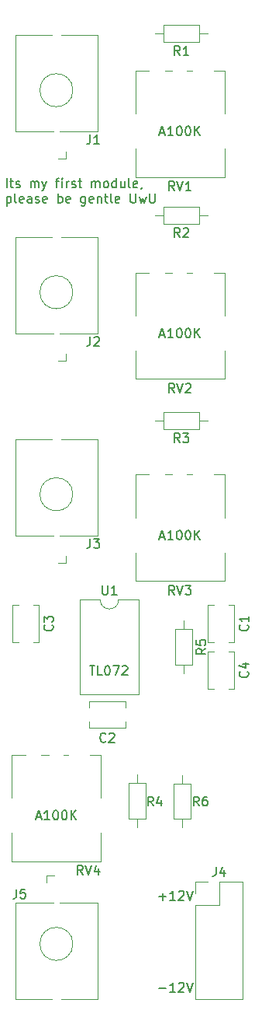
<source format=gbr>
G04 #@! TF.GenerationSoftware,KiCad,Pcbnew,(5.1.6-0-10_14)*
G04 #@! TF.CreationDate,2020-07-27T13:54:38+02:00*
G04 #@! TF.ProjectId,HelloWorld-noPanel,48656c6c-6f57-46f7-926c-642d6e6f5061,rev?*
G04 #@! TF.SameCoordinates,Original*
G04 #@! TF.FileFunction,Legend,Top*
G04 #@! TF.FilePolarity,Positive*
%FSLAX46Y46*%
G04 Gerber Fmt 4.6, Leading zero omitted, Abs format (unit mm)*
G04 Created by KiCad (PCBNEW (5.1.6-0-10_14)) date 2020-07-27 13:54:38*
%MOMM*%
%LPD*%
G01*
G04 APERTURE LIST*
%ADD10C,0.150000*%
%ADD11C,0.120000*%
G04 APERTURE END LIST*
D10*
X74333333Y-107166666D02*
X74809523Y-107166666D01*
X74238095Y-107452380D02*
X74571428Y-106452380D01*
X74904761Y-107452380D01*
X75761904Y-107452380D02*
X75190476Y-107452380D01*
X75476190Y-107452380D02*
X75476190Y-106452380D01*
X75380952Y-106595238D01*
X75285714Y-106690476D01*
X75190476Y-106738095D01*
X76380952Y-106452380D02*
X76476190Y-106452380D01*
X76571428Y-106500000D01*
X76619047Y-106547619D01*
X76666666Y-106642857D01*
X76714285Y-106833333D01*
X76714285Y-107071428D01*
X76666666Y-107261904D01*
X76619047Y-107357142D01*
X76571428Y-107404761D01*
X76476190Y-107452380D01*
X76380952Y-107452380D01*
X76285714Y-107404761D01*
X76238095Y-107357142D01*
X76190476Y-107261904D01*
X76142857Y-107071428D01*
X76142857Y-106833333D01*
X76190476Y-106642857D01*
X76238095Y-106547619D01*
X76285714Y-106500000D01*
X76380952Y-106452380D01*
X77333333Y-106452380D02*
X77428571Y-106452380D01*
X77523809Y-106500000D01*
X77571428Y-106547619D01*
X77619047Y-106642857D01*
X77666666Y-106833333D01*
X77666666Y-107071428D01*
X77619047Y-107261904D01*
X77571428Y-107357142D01*
X77523809Y-107404761D01*
X77428571Y-107452380D01*
X77333333Y-107452380D01*
X77238095Y-107404761D01*
X77190476Y-107357142D01*
X77142857Y-107261904D01*
X77095238Y-107071428D01*
X77095238Y-106833333D01*
X77142857Y-106642857D01*
X77190476Y-106547619D01*
X77238095Y-106500000D01*
X77333333Y-106452380D01*
X78095238Y-107452380D02*
X78095238Y-106452380D01*
X78666666Y-107452380D02*
X78238095Y-106880952D01*
X78666666Y-106452380D02*
X78095238Y-107023809D01*
X87833333Y-76666666D02*
X88309523Y-76666666D01*
X87738095Y-76952380D02*
X88071428Y-75952380D01*
X88404761Y-76952380D01*
X89261904Y-76952380D02*
X88690476Y-76952380D01*
X88976190Y-76952380D02*
X88976190Y-75952380D01*
X88880952Y-76095238D01*
X88785714Y-76190476D01*
X88690476Y-76238095D01*
X89880952Y-75952380D02*
X89976190Y-75952380D01*
X90071428Y-76000000D01*
X90119047Y-76047619D01*
X90166666Y-76142857D01*
X90214285Y-76333333D01*
X90214285Y-76571428D01*
X90166666Y-76761904D01*
X90119047Y-76857142D01*
X90071428Y-76904761D01*
X89976190Y-76952380D01*
X89880952Y-76952380D01*
X89785714Y-76904761D01*
X89738095Y-76857142D01*
X89690476Y-76761904D01*
X89642857Y-76571428D01*
X89642857Y-76333333D01*
X89690476Y-76142857D01*
X89738095Y-76047619D01*
X89785714Y-76000000D01*
X89880952Y-75952380D01*
X90833333Y-75952380D02*
X90928571Y-75952380D01*
X91023809Y-76000000D01*
X91071428Y-76047619D01*
X91119047Y-76142857D01*
X91166666Y-76333333D01*
X91166666Y-76571428D01*
X91119047Y-76761904D01*
X91071428Y-76857142D01*
X91023809Y-76904761D01*
X90928571Y-76952380D01*
X90833333Y-76952380D01*
X90738095Y-76904761D01*
X90690476Y-76857142D01*
X90642857Y-76761904D01*
X90595238Y-76571428D01*
X90595238Y-76333333D01*
X90642857Y-76142857D01*
X90690476Y-76047619D01*
X90738095Y-76000000D01*
X90833333Y-75952380D01*
X91595238Y-76952380D02*
X91595238Y-75952380D01*
X92166666Y-76952380D02*
X91738095Y-76380952D01*
X92166666Y-75952380D02*
X91595238Y-76523809D01*
X87833333Y-54666666D02*
X88309523Y-54666666D01*
X87738095Y-54952380D02*
X88071428Y-53952380D01*
X88404761Y-54952380D01*
X89261904Y-54952380D02*
X88690476Y-54952380D01*
X88976190Y-54952380D02*
X88976190Y-53952380D01*
X88880952Y-54095238D01*
X88785714Y-54190476D01*
X88690476Y-54238095D01*
X89880952Y-53952380D02*
X89976190Y-53952380D01*
X90071428Y-54000000D01*
X90119047Y-54047619D01*
X90166666Y-54142857D01*
X90214285Y-54333333D01*
X90214285Y-54571428D01*
X90166666Y-54761904D01*
X90119047Y-54857142D01*
X90071428Y-54904761D01*
X89976190Y-54952380D01*
X89880952Y-54952380D01*
X89785714Y-54904761D01*
X89738095Y-54857142D01*
X89690476Y-54761904D01*
X89642857Y-54571428D01*
X89642857Y-54333333D01*
X89690476Y-54142857D01*
X89738095Y-54047619D01*
X89785714Y-54000000D01*
X89880952Y-53952380D01*
X90833333Y-53952380D02*
X90928571Y-53952380D01*
X91023809Y-54000000D01*
X91071428Y-54047619D01*
X91119047Y-54142857D01*
X91166666Y-54333333D01*
X91166666Y-54571428D01*
X91119047Y-54761904D01*
X91071428Y-54857142D01*
X91023809Y-54904761D01*
X90928571Y-54952380D01*
X90833333Y-54952380D01*
X90738095Y-54904761D01*
X90690476Y-54857142D01*
X90642857Y-54761904D01*
X90595238Y-54571428D01*
X90595238Y-54333333D01*
X90642857Y-54142857D01*
X90690476Y-54047619D01*
X90738095Y-54000000D01*
X90833333Y-53952380D01*
X91595238Y-54952380D02*
X91595238Y-53952380D01*
X92166666Y-54952380D02*
X91738095Y-54380952D01*
X92166666Y-53952380D02*
X91595238Y-54523809D01*
X87833333Y-32666666D02*
X88309523Y-32666666D01*
X87738095Y-32952380D02*
X88071428Y-31952380D01*
X88404761Y-32952380D01*
X89261904Y-32952380D02*
X88690476Y-32952380D01*
X88976190Y-32952380D02*
X88976190Y-31952380D01*
X88880952Y-32095238D01*
X88785714Y-32190476D01*
X88690476Y-32238095D01*
X89880952Y-31952380D02*
X89976190Y-31952380D01*
X90071428Y-32000000D01*
X90119047Y-32047619D01*
X90166666Y-32142857D01*
X90214285Y-32333333D01*
X90214285Y-32571428D01*
X90166666Y-32761904D01*
X90119047Y-32857142D01*
X90071428Y-32904761D01*
X89976190Y-32952380D01*
X89880952Y-32952380D01*
X89785714Y-32904761D01*
X89738095Y-32857142D01*
X89690476Y-32761904D01*
X89642857Y-32571428D01*
X89642857Y-32333333D01*
X89690476Y-32142857D01*
X89738095Y-32047619D01*
X89785714Y-32000000D01*
X89880952Y-31952380D01*
X90833333Y-31952380D02*
X90928571Y-31952380D01*
X91023809Y-32000000D01*
X91071428Y-32047619D01*
X91119047Y-32142857D01*
X91166666Y-32333333D01*
X91166666Y-32571428D01*
X91119047Y-32761904D01*
X91071428Y-32857142D01*
X91023809Y-32904761D01*
X90928571Y-32952380D01*
X90833333Y-32952380D01*
X90738095Y-32904761D01*
X90690476Y-32857142D01*
X90642857Y-32761904D01*
X90595238Y-32571428D01*
X90595238Y-32333333D01*
X90642857Y-32142857D01*
X90690476Y-32047619D01*
X90738095Y-32000000D01*
X90833333Y-31952380D01*
X91595238Y-32952380D02*
X91595238Y-31952380D01*
X92166666Y-32952380D02*
X91738095Y-32380952D01*
X92166666Y-31952380D02*
X91595238Y-32523809D01*
X71085595Y-38627380D02*
X71085595Y-37627380D01*
X71418928Y-37960714D02*
X71799880Y-37960714D01*
X71561785Y-37627380D02*
X71561785Y-38484523D01*
X71609404Y-38579761D01*
X71704642Y-38627380D01*
X71799880Y-38627380D01*
X72085595Y-38579761D02*
X72180833Y-38627380D01*
X72371309Y-38627380D01*
X72466547Y-38579761D01*
X72514166Y-38484523D01*
X72514166Y-38436904D01*
X72466547Y-38341666D01*
X72371309Y-38294047D01*
X72228452Y-38294047D01*
X72133214Y-38246428D01*
X72085595Y-38151190D01*
X72085595Y-38103571D01*
X72133214Y-38008333D01*
X72228452Y-37960714D01*
X72371309Y-37960714D01*
X72466547Y-38008333D01*
X73704642Y-38627380D02*
X73704642Y-37960714D01*
X73704642Y-38055952D02*
X73752261Y-38008333D01*
X73847500Y-37960714D01*
X73990357Y-37960714D01*
X74085595Y-38008333D01*
X74133214Y-38103571D01*
X74133214Y-38627380D01*
X74133214Y-38103571D02*
X74180833Y-38008333D01*
X74276071Y-37960714D01*
X74418928Y-37960714D01*
X74514166Y-38008333D01*
X74561785Y-38103571D01*
X74561785Y-38627380D01*
X74942738Y-37960714D02*
X75180833Y-38627380D01*
X75418928Y-37960714D02*
X75180833Y-38627380D01*
X75085595Y-38865476D01*
X75037976Y-38913095D01*
X74942738Y-38960714D01*
X76418928Y-37960714D02*
X76799880Y-37960714D01*
X76561785Y-38627380D02*
X76561785Y-37770238D01*
X76609404Y-37675000D01*
X76704642Y-37627380D01*
X76799880Y-37627380D01*
X77133214Y-38627380D02*
X77133214Y-37960714D01*
X77133214Y-37627380D02*
X77085595Y-37675000D01*
X77133214Y-37722619D01*
X77180833Y-37675000D01*
X77133214Y-37627380D01*
X77133214Y-37722619D01*
X77609404Y-38627380D02*
X77609404Y-37960714D01*
X77609404Y-38151190D02*
X77657023Y-38055952D01*
X77704642Y-38008333D01*
X77799880Y-37960714D01*
X77895119Y-37960714D01*
X78180833Y-38579761D02*
X78276071Y-38627380D01*
X78466547Y-38627380D01*
X78561785Y-38579761D01*
X78609404Y-38484523D01*
X78609404Y-38436904D01*
X78561785Y-38341666D01*
X78466547Y-38294047D01*
X78323690Y-38294047D01*
X78228452Y-38246428D01*
X78180833Y-38151190D01*
X78180833Y-38103571D01*
X78228452Y-38008333D01*
X78323690Y-37960714D01*
X78466547Y-37960714D01*
X78561785Y-38008333D01*
X78895119Y-37960714D02*
X79276071Y-37960714D01*
X79037976Y-37627380D02*
X79037976Y-38484523D01*
X79085595Y-38579761D01*
X79180833Y-38627380D01*
X79276071Y-38627380D01*
X80371309Y-38627380D02*
X80371309Y-37960714D01*
X80371309Y-38055952D02*
X80418928Y-38008333D01*
X80514166Y-37960714D01*
X80657023Y-37960714D01*
X80752261Y-38008333D01*
X80799880Y-38103571D01*
X80799880Y-38627380D01*
X80799880Y-38103571D02*
X80847500Y-38008333D01*
X80942738Y-37960714D01*
X81085595Y-37960714D01*
X81180833Y-38008333D01*
X81228452Y-38103571D01*
X81228452Y-38627380D01*
X81847500Y-38627380D02*
X81752261Y-38579761D01*
X81704642Y-38532142D01*
X81657023Y-38436904D01*
X81657023Y-38151190D01*
X81704642Y-38055952D01*
X81752261Y-38008333D01*
X81847500Y-37960714D01*
X81990357Y-37960714D01*
X82085595Y-38008333D01*
X82133214Y-38055952D01*
X82180833Y-38151190D01*
X82180833Y-38436904D01*
X82133214Y-38532142D01*
X82085595Y-38579761D01*
X81990357Y-38627380D01*
X81847500Y-38627380D01*
X83037976Y-38627380D02*
X83037976Y-37627380D01*
X83037976Y-38579761D02*
X82942738Y-38627380D01*
X82752261Y-38627380D01*
X82657023Y-38579761D01*
X82609404Y-38532142D01*
X82561785Y-38436904D01*
X82561785Y-38151190D01*
X82609404Y-38055952D01*
X82657023Y-38008333D01*
X82752261Y-37960714D01*
X82942738Y-37960714D01*
X83037976Y-38008333D01*
X83942738Y-37960714D02*
X83942738Y-38627380D01*
X83514166Y-37960714D02*
X83514166Y-38484523D01*
X83561785Y-38579761D01*
X83657023Y-38627380D01*
X83799880Y-38627380D01*
X83895119Y-38579761D01*
X83942738Y-38532142D01*
X84561785Y-38627380D02*
X84466547Y-38579761D01*
X84418928Y-38484523D01*
X84418928Y-37627380D01*
X85323690Y-38579761D02*
X85228452Y-38627380D01*
X85037976Y-38627380D01*
X84942738Y-38579761D01*
X84895119Y-38484523D01*
X84895119Y-38103571D01*
X84942738Y-38008333D01*
X85037976Y-37960714D01*
X85228452Y-37960714D01*
X85323690Y-38008333D01*
X85371309Y-38103571D01*
X85371309Y-38198809D01*
X84895119Y-38294047D01*
X85847500Y-38579761D02*
X85847500Y-38627380D01*
X85799880Y-38722619D01*
X85752261Y-38770238D01*
X71085595Y-39610714D02*
X71085595Y-40610714D01*
X71085595Y-39658333D02*
X71180833Y-39610714D01*
X71371309Y-39610714D01*
X71466547Y-39658333D01*
X71514166Y-39705952D01*
X71561785Y-39801190D01*
X71561785Y-40086904D01*
X71514166Y-40182142D01*
X71466547Y-40229761D01*
X71371309Y-40277380D01*
X71180833Y-40277380D01*
X71085595Y-40229761D01*
X72133214Y-40277380D02*
X72037976Y-40229761D01*
X71990357Y-40134523D01*
X71990357Y-39277380D01*
X72895119Y-40229761D02*
X72799880Y-40277380D01*
X72609404Y-40277380D01*
X72514166Y-40229761D01*
X72466547Y-40134523D01*
X72466547Y-39753571D01*
X72514166Y-39658333D01*
X72609404Y-39610714D01*
X72799880Y-39610714D01*
X72895119Y-39658333D01*
X72942738Y-39753571D01*
X72942738Y-39848809D01*
X72466547Y-39944047D01*
X73799880Y-40277380D02*
X73799880Y-39753571D01*
X73752261Y-39658333D01*
X73657023Y-39610714D01*
X73466547Y-39610714D01*
X73371309Y-39658333D01*
X73799880Y-40229761D02*
X73704642Y-40277380D01*
X73466547Y-40277380D01*
X73371309Y-40229761D01*
X73323690Y-40134523D01*
X73323690Y-40039285D01*
X73371309Y-39944047D01*
X73466547Y-39896428D01*
X73704642Y-39896428D01*
X73799880Y-39848809D01*
X74228452Y-40229761D02*
X74323690Y-40277380D01*
X74514166Y-40277380D01*
X74609404Y-40229761D01*
X74657023Y-40134523D01*
X74657023Y-40086904D01*
X74609404Y-39991666D01*
X74514166Y-39944047D01*
X74371309Y-39944047D01*
X74276071Y-39896428D01*
X74228452Y-39801190D01*
X74228452Y-39753571D01*
X74276071Y-39658333D01*
X74371309Y-39610714D01*
X74514166Y-39610714D01*
X74609404Y-39658333D01*
X75466547Y-40229761D02*
X75371309Y-40277380D01*
X75180833Y-40277380D01*
X75085595Y-40229761D01*
X75037976Y-40134523D01*
X75037976Y-39753571D01*
X75085595Y-39658333D01*
X75180833Y-39610714D01*
X75371309Y-39610714D01*
X75466547Y-39658333D01*
X75514166Y-39753571D01*
X75514166Y-39848809D01*
X75037976Y-39944047D01*
X76704642Y-40277380D02*
X76704642Y-39277380D01*
X76704642Y-39658333D02*
X76799880Y-39610714D01*
X76990357Y-39610714D01*
X77085595Y-39658333D01*
X77133214Y-39705952D01*
X77180833Y-39801190D01*
X77180833Y-40086904D01*
X77133214Y-40182142D01*
X77085595Y-40229761D01*
X76990357Y-40277380D01*
X76799880Y-40277380D01*
X76704642Y-40229761D01*
X77990357Y-40229761D02*
X77895119Y-40277380D01*
X77704642Y-40277380D01*
X77609404Y-40229761D01*
X77561785Y-40134523D01*
X77561785Y-39753571D01*
X77609404Y-39658333D01*
X77704642Y-39610714D01*
X77895119Y-39610714D01*
X77990357Y-39658333D01*
X78037976Y-39753571D01*
X78037976Y-39848809D01*
X77561785Y-39944047D01*
X79657023Y-39610714D02*
X79657023Y-40420238D01*
X79609404Y-40515476D01*
X79561785Y-40563095D01*
X79466547Y-40610714D01*
X79323690Y-40610714D01*
X79228452Y-40563095D01*
X79657023Y-40229761D02*
X79561785Y-40277380D01*
X79371309Y-40277380D01*
X79276071Y-40229761D01*
X79228452Y-40182142D01*
X79180833Y-40086904D01*
X79180833Y-39801190D01*
X79228452Y-39705952D01*
X79276071Y-39658333D01*
X79371309Y-39610714D01*
X79561785Y-39610714D01*
X79657023Y-39658333D01*
X80514166Y-40229761D02*
X80418928Y-40277380D01*
X80228452Y-40277380D01*
X80133214Y-40229761D01*
X80085595Y-40134523D01*
X80085595Y-39753571D01*
X80133214Y-39658333D01*
X80228452Y-39610714D01*
X80418928Y-39610714D01*
X80514166Y-39658333D01*
X80561785Y-39753571D01*
X80561785Y-39848809D01*
X80085595Y-39944047D01*
X80990357Y-39610714D02*
X80990357Y-40277380D01*
X80990357Y-39705952D02*
X81037976Y-39658333D01*
X81133214Y-39610714D01*
X81276071Y-39610714D01*
X81371309Y-39658333D01*
X81418928Y-39753571D01*
X81418928Y-40277380D01*
X81752261Y-39610714D02*
X82133214Y-39610714D01*
X81895119Y-39277380D02*
X81895119Y-40134523D01*
X81942738Y-40229761D01*
X82037976Y-40277380D01*
X82133214Y-40277380D01*
X82609404Y-40277380D02*
X82514166Y-40229761D01*
X82466547Y-40134523D01*
X82466547Y-39277380D01*
X83371309Y-40229761D02*
X83276071Y-40277380D01*
X83085595Y-40277380D01*
X82990357Y-40229761D01*
X82942738Y-40134523D01*
X82942738Y-39753571D01*
X82990357Y-39658333D01*
X83085595Y-39610714D01*
X83276071Y-39610714D01*
X83371309Y-39658333D01*
X83418928Y-39753571D01*
X83418928Y-39848809D01*
X82942738Y-39944047D01*
X84609404Y-39277380D02*
X84609404Y-40086904D01*
X84657023Y-40182142D01*
X84704642Y-40229761D01*
X84799880Y-40277380D01*
X84990357Y-40277380D01*
X85085595Y-40229761D01*
X85133214Y-40182142D01*
X85180833Y-40086904D01*
X85180833Y-39277380D01*
X85561785Y-39610714D02*
X85752261Y-40277380D01*
X85942738Y-39801190D01*
X86133214Y-40277380D01*
X86323690Y-39610714D01*
X86704642Y-39277380D02*
X86704642Y-40086904D01*
X86752261Y-40182142D01*
X86799880Y-40229761D01*
X86895119Y-40277380D01*
X87085595Y-40277380D01*
X87180833Y-40229761D01*
X87228452Y-40182142D01*
X87276071Y-40086904D01*
X87276071Y-39277380D01*
X80130952Y-90702380D02*
X80702380Y-90702380D01*
X80416666Y-91702380D02*
X80416666Y-90702380D01*
X81511904Y-91702380D02*
X81035714Y-91702380D01*
X81035714Y-90702380D01*
X82035714Y-90702380D02*
X82130952Y-90702380D01*
X82226190Y-90750000D01*
X82273809Y-90797619D01*
X82321428Y-90892857D01*
X82369047Y-91083333D01*
X82369047Y-91321428D01*
X82321428Y-91511904D01*
X82273809Y-91607142D01*
X82226190Y-91654761D01*
X82130952Y-91702380D01*
X82035714Y-91702380D01*
X81940476Y-91654761D01*
X81892857Y-91607142D01*
X81845238Y-91511904D01*
X81797619Y-91321428D01*
X81797619Y-91083333D01*
X81845238Y-90892857D01*
X81892857Y-90797619D01*
X81940476Y-90750000D01*
X82035714Y-90702380D01*
X82702380Y-90702380D02*
X83369047Y-90702380D01*
X82940476Y-91702380D01*
X83702380Y-90797619D02*
X83750000Y-90750000D01*
X83845238Y-90702380D01*
X84083333Y-90702380D01*
X84178571Y-90750000D01*
X84226190Y-90797619D01*
X84273809Y-90892857D01*
X84273809Y-90988095D01*
X84226190Y-91130952D01*
X83654761Y-91702380D01*
X84273809Y-91702380D01*
X87738095Y-125821428D02*
X88500000Y-125821428D01*
X89500000Y-126202380D02*
X88928571Y-126202380D01*
X89214285Y-126202380D02*
X89214285Y-125202380D01*
X89119047Y-125345238D01*
X89023809Y-125440476D01*
X88928571Y-125488095D01*
X89880952Y-125297619D02*
X89928571Y-125250000D01*
X90023809Y-125202380D01*
X90261904Y-125202380D01*
X90357142Y-125250000D01*
X90404761Y-125297619D01*
X90452380Y-125392857D01*
X90452380Y-125488095D01*
X90404761Y-125630952D01*
X89833333Y-126202380D01*
X90452380Y-126202380D01*
X90738095Y-125202380D02*
X91071428Y-126202380D01*
X91404761Y-125202380D01*
X87738095Y-115821428D02*
X88500000Y-115821428D01*
X88119047Y-116202380D02*
X88119047Y-115440476D01*
X89500000Y-116202380D02*
X88928571Y-116202380D01*
X89214285Y-116202380D02*
X89214285Y-115202380D01*
X89119047Y-115345238D01*
X89023809Y-115440476D01*
X88928571Y-115488095D01*
X89880952Y-115297619D02*
X89928571Y-115250000D01*
X90023809Y-115202380D01*
X90261904Y-115202380D01*
X90357142Y-115250000D01*
X90404761Y-115297619D01*
X90452380Y-115392857D01*
X90452380Y-115488095D01*
X90404761Y-115630952D01*
X89833333Y-116202380D01*
X90452380Y-116202380D01*
X90738095Y-115202380D02*
X91071428Y-116202380D01*
X91404761Y-115202380D01*
D11*
X85531000Y-83506000D02*
X83296000Y-83506000D01*
X85531000Y-93786000D02*
X85531000Y-83506000D01*
X79061000Y-93786000D02*
X85531000Y-93786000D01*
X79061000Y-83506000D02*
X79061000Y-93786000D01*
X81296000Y-83506000D02*
X79061000Y-83506000D01*
X83296000Y-83506000D02*
G75*
G02*
X81296000Y-83506000I-1000000J0D01*
G01*
X93693000Y-88106000D02*
X93068000Y-88106000D01*
X95908000Y-88106000D02*
X95283000Y-88106000D01*
X93693000Y-84066000D02*
X93068000Y-84066000D01*
X95908000Y-84066000D02*
X95283000Y-84066000D01*
X93068000Y-84066000D02*
X93068000Y-88106000D01*
X95908000Y-84066000D02*
X95908000Y-88106000D01*
X80042000Y-95217000D02*
X80042000Y-94592000D01*
X80042000Y-97432000D02*
X80042000Y-96807000D01*
X84082000Y-95217000D02*
X84082000Y-94592000D01*
X84082000Y-97432000D02*
X84082000Y-96807000D01*
X84082000Y-94592000D02*
X80042000Y-94592000D01*
X84082000Y-97432000D02*
X80042000Y-97432000D01*
X72357000Y-88106000D02*
X71732000Y-88106000D01*
X74572000Y-88106000D02*
X73947000Y-88106000D01*
X72357000Y-84066000D02*
X71732000Y-84066000D01*
X74572000Y-84066000D02*
X73947000Y-84066000D01*
X71732000Y-84066000D02*
X71732000Y-88106000D01*
X74572000Y-84066000D02*
X74572000Y-88106000D01*
X93693000Y-93186000D02*
X93068000Y-93186000D01*
X95908000Y-93186000D02*
X95283000Y-93186000D01*
X93693000Y-89146000D02*
X93068000Y-89146000D01*
X95908000Y-89146000D02*
X95283000Y-89146000D01*
X93068000Y-89146000D02*
X93068000Y-93186000D01*
X95908000Y-89146000D02*
X95908000Y-93186000D01*
X77560000Y-35500000D02*
X76700000Y-35500000D01*
X77560000Y-35500000D02*
X77560000Y-34700000D01*
X78300000Y-28020000D02*
G75*
G03*
X78300000Y-28020000I-1800000J0D01*
G01*
X76850000Y-32520000D02*
X81000000Y-32520000D01*
X72000000Y-32520000D02*
X76150000Y-32520000D01*
X77000000Y-22020000D02*
X81000000Y-22020000D01*
X72000000Y-22020000D02*
X76000000Y-22020000D01*
X72000000Y-32520000D02*
X72000000Y-22020000D01*
X81000000Y-32520000D02*
X81000000Y-22020000D01*
X77560000Y-57500000D02*
X76700000Y-57500000D01*
X77560000Y-57500000D02*
X77560000Y-56700000D01*
X78300000Y-50020000D02*
G75*
G03*
X78300000Y-50020000I-1800000J0D01*
G01*
X76850000Y-54520000D02*
X81000000Y-54520000D01*
X72000000Y-54520000D02*
X76150000Y-54520000D01*
X77000000Y-44020000D02*
X81000000Y-44020000D01*
X72000000Y-44020000D02*
X76000000Y-44020000D01*
X72000000Y-54520000D02*
X72000000Y-44020000D01*
X81000000Y-54520000D02*
X81000000Y-44020000D01*
X77560000Y-79500000D02*
X76700000Y-79500000D01*
X77560000Y-79500000D02*
X77560000Y-78700000D01*
X78300000Y-72020000D02*
G75*
G03*
X78300000Y-72020000I-1800000J0D01*
G01*
X76850000Y-76520000D02*
X81000000Y-76520000D01*
X72000000Y-76520000D02*
X76150000Y-76520000D01*
X77000000Y-66020000D02*
X81000000Y-66020000D01*
X72000000Y-66020000D02*
X76000000Y-66020000D01*
X72000000Y-76520000D02*
X72000000Y-66020000D01*
X81000000Y-76520000D02*
X81000000Y-66020000D01*
X91670000Y-114170000D02*
X93000000Y-114170000D01*
X91670000Y-115500000D02*
X91670000Y-114170000D01*
X94270000Y-114170000D02*
X96870000Y-114170000D01*
X94270000Y-116770000D02*
X94270000Y-114170000D01*
X91670000Y-116770000D02*
X94270000Y-116770000D01*
X96870000Y-114170000D02*
X96870000Y-126990000D01*
X91670000Y-116770000D02*
X91670000Y-126990000D01*
X91670000Y-126990000D02*
X96870000Y-126990000D01*
X75440000Y-113500000D02*
X76300000Y-113500000D01*
X75440000Y-113500000D02*
X75440000Y-114300000D01*
X78300000Y-120980000D02*
G75*
G03*
X78300000Y-120980000I-1800000J0D01*
G01*
X76150000Y-116480000D02*
X72000000Y-116480000D01*
X81000000Y-116480000D02*
X76850000Y-116480000D01*
X76000000Y-126980000D02*
X72000000Y-126980000D01*
X81000000Y-126980000D02*
X77000000Y-126980000D01*
X81000000Y-116480000D02*
X81000000Y-126980000D01*
X72000000Y-116480000D02*
X72000000Y-126980000D01*
X87300000Y-21844000D02*
X88250000Y-21844000D01*
X93040000Y-21844000D02*
X92090000Y-21844000D01*
X88250000Y-22764000D02*
X92090000Y-22764000D01*
X88250000Y-20924000D02*
X88250000Y-22764000D01*
X92090000Y-20924000D02*
X88250000Y-20924000D01*
X92090000Y-22764000D02*
X92090000Y-20924000D01*
X87300000Y-41656000D02*
X88250000Y-41656000D01*
X93040000Y-41656000D02*
X92090000Y-41656000D01*
X88250000Y-42576000D02*
X92090000Y-42576000D01*
X88250000Y-40736000D02*
X88250000Y-42576000D01*
X92090000Y-40736000D02*
X88250000Y-40736000D01*
X92090000Y-42576000D02*
X92090000Y-40736000D01*
X87300000Y-64008000D02*
X88250000Y-64008000D01*
X93040000Y-64008000D02*
X92090000Y-64008000D01*
X88250000Y-64928000D02*
X92090000Y-64928000D01*
X88250000Y-63088000D02*
X88250000Y-64928000D01*
X92090000Y-63088000D02*
X88250000Y-63088000D01*
X92090000Y-64928000D02*
X92090000Y-63088000D01*
X85344000Y-108280000D02*
X85344000Y-107330000D01*
X85344000Y-102540000D02*
X85344000Y-103490000D01*
X86264000Y-107330000D02*
X86264000Y-103490000D01*
X84424000Y-107330000D02*
X86264000Y-107330000D01*
X84424000Y-103490000D02*
X84424000Y-107330000D01*
X86264000Y-103490000D02*
X84424000Y-103490000D01*
X90424000Y-91516000D02*
X90424000Y-90566000D01*
X90424000Y-85776000D02*
X90424000Y-86726000D01*
X91344000Y-90566000D02*
X91344000Y-86726000D01*
X89504000Y-90566000D02*
X91344000Y-90566000D01*
X89504000Y-86726000D02*
X89504000Y-90566000D01*
X91344000Y-86726000D02*
X89504000Y-86726000D01*
X90250000Y-102570000D02*
X90250000Y-103520000D01*
X90250000Y-108310000D02*
X90250000Y-107360000D01*
X89330000Y-103520000D02*
X89330000Y-107360000D01*
X91170000Y-103520000D02*
X89330000Y-103520000D01*
X91170000Y-107360000D02*
X91170000Y-103520000D01*
X89330000Y-107360000D02*
X91170000Y-107360000D01*
X88340000Y-25880000D02*
X89170000Y-25880000D01*
X90790000Y-25880000D02*
X91320000Y-25880000D01*
X93690000Y-25880000D02*
X94870000Y-25880000D01*
X85130000Y-25880000D02*
X85130000Y-30600000D01*
X94870000Y-34410000D02*
X94870000Y-37470000D01*
X94880000Y-25880000D02*
X94880000Y-30600000D01*
X85130000Y-34410000D02*
X85130000Y-37470000D01*
X85130000Y-25880000D02*
X86620000Y-25880000D01*
X85130000Y-37470000D02*
X94870000Y-37470000D01*
X88340000Y-47880000D02*
X89170000Y-47880000D01*
X90790000Y-47880000D02*
X91320000Y-47880000D01*
X93690000Y-47880000D02*
X94870000Y-47880000D01*
X85130000Y-47880000D02*
X85130000Y-52600000D01*
X94870000Y-56410000D02*
X94870000Y-59470000D01*
X94880000Y-47880000D02*
X94880000Y-52600000D01*
X85130000Y-56410000D02*
X85130000Y-59470000D01*
X85130000Y-47880000D02*
X86620000Y-47880000D01*
X85130000Y-59470000D02*
X94870000Y-59470000D01*
X88340000Y-69880000D02*
X89170000Y-69880000D01*
X90790000Y-69880000D02*
X91320000Y-69880000D01*
X93690000Y-69880000D02*
X94870000Y-69880000D01*
X85130000Y-69880000D02*
X85130000Y-74600000D01*
X94870000Y-78410000D02*
X94870000Y-81470000D01*
X94880000Y-69880000D02*
X94880000Y-74600000D01*
X85130000Y-78410000D02*
X85130000Y-81470000D01*
X85130000Y-69880000D02*
X86620000Y-69880000D01*
X85130000Y-81470000D02*
X94870000Y-81470000D01*
X74840000Y-100380000D02*
X75670000Y-100380000D01*
X77290000Y-100380000D02*
X77820000Y-100380000D01*
X80190000Y-100380000D02*
X81370000Y-100380000D01*
X71630000Y-100380000D02*
X71630000Y-105100000D01*
X81370000Y-108910000D02*
X81370000Y-111970000D01*
X81380000Y-100380000D02*
X81380000Y-105100000D01*
X71630000Y-108910000D02*
X71630000Y-111970000D01*
X71630000Y-100380000D02*
X73120000Y-100380000D01*
X71630000Y-111970000D02*
X81370000Y-111970000D01*
D10*
X81534095Y-81958380D02*
X81534095Y-82767904D01*
X81581714Y-82863142D01*
X81629333Y-82910761D01*
X81724571Y-82958380D01*
X81915047Y-82958380D01*
X82010285Y-82910761D01*
X82057904Y-82863142D01*
X82105523Y-82767904D01*
X82105523Y-81958380D01*
X83105523Y-82958380D02*
X82534095Y-82958380D01*
X82819809Y-82958380D02*
X82819809Y-81958380D01*
X82724571Y-82101238D01*
X82629333Y-82196476D01*
X82534095Y-82244095D01*
X97395142Y-86252666D02*
X97442761Y-86300285D01*
X97490380Y-86443142D01*
X97490380Y-86538380D01*
X97442761Y-86681238D01*
X97347523Y-86776476D01*
X97252285Y-86824095D01*
X97061809Y-86871714D01*
X96918952Y-86871714D01*
X96728476Y-86824095D01*
X96633238Y-86776476D01*
X96538000Y-86681238D01*
X96490380Y-86538380D01*
X96490380Y-86443142D01*
X96538000Y-86300285D01*
X96585619Y-86252666D01*
X97490380Y-85300285D02*
X97490380Y-85871714D01*
X97490380Y-85586000D02*
X96490380Y-85586000D01*
X96633238Y-85681238D01*
X96728476Y-85776476D01*
X96776095Y-85871714D01*
X81895333Y-98919142D02*
X81847714Y-98966761D01*
X81704857Y-99014380D01*
X81609619Y-99014380D01*
X81466761Y-98966761D01*
X81371523Y-98871523D01*
X81323904Y-98776285D01*
X81276285Y-98585809D01*
X81276285Y-98442952D01*
X81323904Y-98252476D01*
X81371523Y-98157238D01*
X81466761Y-98062000D01*
X81609619Y-98014380D01*
X81704857Y-98014380D01*
X81847714Y-98062000D01*
X81895333Y-98109619D01*
X82276285Y-98109619D02*
X82323904Y-98062000D01*
X82419142Y-98014380D01*
X82657238Y-98014380D01*
X82752476Y-98062000D01*
X82800095Y-98109619D01*
X82847714Y-98204857D01*
X82847714Y-98300095D01*
X82800095Y-98442952D01*
X82228666Y-99014380D01*
X82847714Y-99014380D01*
X76059142Y-86252666D02*
X76106761Y-86300285D01*
X76154380Y-86443142D01*
X76154380Y-86538380D01*
X76106761Y-86681238D01*
X76011523Y-86776476D01*
X75916285Y-86824095D01*
X75725809Y-86871714D01*
X75582952Y-86871714D01*
X75392476Y-86824095D01*
X75297238Y-86776476D01*
X75202000Y-86681238D01*
X75154380Y-86538380D01*
X75154380Y-86443142D01*
X75202000Y-86300285D01*
X75249619Y-86252666D01*
X75154380Y-85919333D02*
X75154380Y-85300285D01*
X75535333Y-85633619D01*
X75535333Y-85490761D01*
X75582952Y-85395523D01*
X75630571Y-85347904D01*
X75725809Y-85300285D01*
X75963904Y-85300285D01*
X76059142Y-85347904D01*
X76106761Y-85395523D01*
X76154380Y-85490761D01*
X76154380Y-85776476D01*
X76106761Y-85871714D01*
X76059142Y-85919333D01*
X97395142Y-91332666D02*
X97442761Y-91380285D01*
X97490380Y-91523142D01*
X97490380Y-91618380D01*
X97442761Y-91761238D01*
X97347523Y-91856476D01*
X97252285Y-91904095D01*
X97061809Y-91951714D01*
X96918952Y-91951714D01*
X96728476Y-91904095D01*
X96633238Y-91856476D01*
X96538000Y-91761238D01*
X96490380Y-91618380D01*
X96490380Y-91523142D01*
X96538000Y-91380285D01*
X96585619Y-91332666D01*
X96823714Y-90475523D02*
X97490380Y-90475523D01*
X96442761Y-90713619D02*
X97157047Y-90951714D01*
X97157047Y-90332666D01*
X80196666Y-32872380D02*
X80196666Y-33586666D01*
X80149047Y-33729523D01*
X80053809Y-33824761D01*
X79910952Y-33872380D01*
X79815714Y-33872380D01*
X81196666Y-33872380D02*
X80625238Y-33872380D01*
X80910952Y-33872380D02*
X80910952Y-32872380D01*
X80815714Y-33015238D01*
X80720476Y-33110476D01*
X80625238Y-33158095D01*
X80196666Y-54872380D02*
X80196666Y-55586666D01*
X80149047Y-55729523D01*
X80053809Y-55824761D01*
X79910952Y-55872380D01*
X79815714Y-55872380D01*
X80625238Y-54967619D02*
X80672857Y-54920000D01*
X80768095Y-54872380D01*
X81006190Y-54872380D01*
X81101428Y-54920000D01*
X81149047Y-54967619D01*
X81196666Y-55062857D01*
X81196666Y-55158095D01*
X81149047Y-55300952D01*
X80577619Y-55872380D01*
X81196666Y-55872380D01*
X80196666Y-76872380D02*
X80196666Y-77586666D01*
X80149047Y-77729523D01*
X80053809Y-77824761D01*
X79910952Y-77872380D01*
X79815714Y-77872380D01*
X80577619Y-76872380D02*
X81196666Y-76872380D01*
X80863333Y-77253333D01*
X81006190Y-77253333D01*
X81101428Y-77300952D01*
X81149047Y-77348571D01*
X81196666Y-77443809D01*
X81196666Y-77681904D01*
X81149047Y-77777142D01*
X81101428Y-77824761D01*
X81006190Y-77872380D01*
X80720476Y-77872380D01*
X80625238Y-77824761D01*
X80577619Y-77777142D01*
X93936666Y-112622380D02*
X93936666Y-113336666D01*
X93889047Y-113479523D01*
X93793809Y-113574761D01*
X93650952Y-113622380D01*
X93555714Y-113622380D01*
X94841428Y-112955714D02*
X94841428Y-113622380D01*
X94603333Y-112574761D02*
X94365238Y-113289047D01*
X94984285Y-113289047D01*
X72136666Y-115032380D02*
X72136666Y-115746666D01*
X72089047Y-115889523D01*
X71993809Y-115984761D01*
X71850952Y-116032380D01*
X71755714Y-116032380D01*
X73089047Y-115032380D02*
X72612857Y-115032380D01*
X72565238Y-115508571D01*
X72612857Y-115460952D01*
X72708095Y-115413333D01*
X72946190Y-115413333D01*
X73041428Y-115460952D01*
X73089047Y-115508571D01*
X73136666Y-115603809D01*
X73136666Y-115841904D01*
X73089047Y-115937142D01*
X73041428Y-115984761D01*
X72946190Y-116032380D01*
X72708095Y-116032380D01*
X72612857Y-115984761D01*
X72565238Y-115937142D01*
X90003333Y-24216380D02*
X89670000Y-23740190D01*
X89431904Y-24216380D02*
X89431904Y-23216380D01*
X89812857Y-23216380D01*
X89908095Y-23264000D01*
X89955714Y-23311619D01*
X90003333Y-23406857D01*
X90003333Y-23549714D01*
X89955714Y-23644952D01*
X89908095Y-23692571D01*
X89812857Y-23740190D01*
X89431904Y-23740190D01*
X90955714Y-24216380D02*
X90384285Y-24216380D01*
X90670000Y-24216380D02*
X90670000Y-23216380D01*
X90574761Y-23359238D01*
X90479523Y-23454476D01*
X90384285Y-23502095D01*
X90003333Y-44028380D02*
X89670000Y-43552190D01*
X89431904Y-44028380D02*
X89431904Y-43028380D01*
X89812857Y-43028380D01*
X89908095Y-43076000D01*
X89955714Y-43123619D01*
X90003333Y-43218857D01*
X90003333Y-43361714D01*
X89955714Y-43456952D01*
X89908095Y-43504571D01*
X89812857Y-43552190D01*
X89431904Y-43552190D01*
X90384285Y-43123619D02*
X90431904Y-43076000D01*
X90527142Y-43028380D01*
X90765238Y-43028380D01*
X90860476Y-43076000D01*
X90908095Y-43123619D01*
X90955714Y-43218857D01*
X90955714Y-43314095D01*
X90908095Y-43456952D01*
X90336666Y-44028380D01*
X90955714Y-44028380D01*
X90003333Y-66380380D02*
X89670000Y-65904190D01*
X89431904Y-66380380D02*
X89431904Y-65380380D01*
X89812857Y-65380380D01*
X89908095Y-65428000D01*
X89955714Y-65475619D01*
X90003333Y-65570857D01*
X90003333Y-65713714D01*
X89955714Y-65808952D01*
X89908095Y-65856571D01*
X89812857Y-65904190D01*
X89431904Y-65904190D01*
X90336666Y-65380380D02*
X90955714Y-65380380D01*
X90622380Y-65761333D01*
X90765238Y-65761333D01*
X90860476Y-65808952D01*
X90908095Y-65856571D01*
X90955714Y-65951809D01*
X90955714Y-66189904D01*
X90908095Y-66285142D01*
X90860476Y-66332761D01*
X90765238Y-66380380D01*
X90479523Y-66380380D01*
X90384285Y-66332761D01*
X90336666Y-66285142D01*
X87083333Y-105952380D02*
X86750000Y-105476190D01*
X86511904Y-105952380D02*
X86511904Y-104952380D01*
X86892857Y-104952380D01*
X86988095Y-105000000D01*
X87035714Y-105047619D01*
X87083333Y-105142857D01*
X87083333Y-105285714D01*
X87035714Y-105380952D01*
X86988095Y-105428571D01*
X86892857Y-105476190D01*
X86511904Y-105476190D01*
X87940476Y-105285714D02*
X87940476Y-105952380D01*
X87702380Y-104904761D02*
X87464285Y-105619047D01*
X88083333Y-105619047D01*
X92796380Y-88812666D02*
X92320190Y-89146000D01*
X92796380Y-89384095D02*
X91796380Y-89384095D01*
X91796380Y-89003142D01*
X91844000Y-88907904D01*
X91891619Y-88860285D01*
X91986857Y-88812666D01*
X92129714Y-88812666D01*
X92224952Y-88860285D01*
X92272571Y-88907904D01*
X92320190Y-89003142D01*
X92320190Y-89384095D01*
X91796380Y-87907904D02*
X91796380Y-88384095D01*
X92272571Y-88431714D01*
X92224952Y-88384095D01*
X92177333Y-88288857D01*
X92177333Y-88050761D01*
X92224952Y-87955523D01*
X92272571Y-87907904D01*
X92367809Y-87860285D01*
X92605904Y-87860285D01*
X92701142Y-87907904D01*
X92748761Y-87955523D01*
X92796380Y-88050761D01*
X92796380Y-88288857D01*
X92748761Y-88384095D01*
X92701142Y-88431714D01*
X92083333Y-105952380D02*
X91750000Y-105476190D01*
X91511904Y-105952380D02*
X91511904Y-104952380D01*
X91892857Y-104952380D01*
X91988095Y-105000000D01*
X92035714Y-105047619D01*
X92083333Y-105142857D01*
X92083333Y-105285714D01*
X92035714Y-105380952D01*
X91988095Y-105428571D01*
X91892857Y-105476190D01*
X91511904Y-105476190D01*
X92940476Y-104952380D02*
X92750000Y-104952380D01*
X92654761Y-105000000D01*
X92607142Y-105047619D01*
X92511904Y-105190476D01*
X92464285Y-105380952D01*
X92464285Y-105761904D01*
X92511904Y-105857142D01*
X92559523Y-105904761D01*
X92654761Y-105952380D01*
X92845238Y-105952380D01*
X92940476Y-105904761D01*
X92988095Y-105857142D01*
X93035714Y-105761904D01*
X93035714Y-105523809D01*
X92988095Y-105428571D01*
X92940476Y-105380952D01*
X92845238Y-105333333D01*
X92654761Y-105333333D01*
X92559523Y-105380952D01*
X92511904Y-105428571D01*
X92464285Y-105523809D01*
X89404761Y-38952380D02*
X89071428Y-38476190D01*
X88833333Y-38952380D02*
X88833333Y-37952380D01*
X89214285Y-37952380D01*
X89309523Y-38000000D01*
X89357142Y-38047619D01*
X89404761Y-38142857D01*
X89404761Y-38285714D01*
X89357142Y-38380952D01*
X89309523Y-38428571D01*
X89214285Y-38476190D01*
X88833333Y-38476190D01*
X89690476Y-37952380D02*
X90023809Y-38952380D01*
X90357142Y-37952380D01*
X91214285Y-38952380D02*
X90642857Y-38952380D01*
X90928571Y-38952380D02*
X90928571Y-37952380D01*
X90833333Y-38095238D01*
X90738095Y-38190476D01*
X90642857Y-38238095D01*
X89404761Y-60952380D02*
X89071428Y-60476190D01*
X88833333Y-60952380D02*
X88833333Y-59952380D01*
X89214285Y-59952380D01*
X89309523Y-60000000D01*
X89357142Y-60047619D01*
X89404761Y-60142857D01*
X89404761Y-60285714D01*
X89357142Y-60380952D01*
X89309523Y-60428571D01*
X89214285Y-60476190D01*
X88833333Y-60476190D01*
X89690476Y-59952380D02*
X90023809Y-60952380D01*
X90357142Y-59952380D01*
X90642857Y-60047619D02*
X90690476Y-60000000D01*
X90785714Y-59952380D01*
X91023809Y-59952380D01*
X91119047Y-60000000D01*
X91166666Y-60047619D01*
X91214285Y-60142857D01*
X91214285Y-60238095D01*
X91166666Y-60380952D01*
X90595238Y-60952380D01*
X91214285Y-60952380D01*
X89404761Y-82952380D02*
X89071428Y-82476190D01*
X88833333Y-82952380D02*
X88833333Y-81952380D01*
X89214285Y-81952380D01*
X89309523Y-82000000D01*
X89357142Y-82047619D01*
X89404761Y-82142857D01*
X89404761Y-82285714D01*
X89357142Y-82380952D01*
X89309523Y-82428571D01*
X89214285Y-82476190D01*
X88833333Y-82476190D01*
X89690476Y-81952380D02*
X90023809Y-82952380D01*
X90357142Y-81952380D01*
X90595238Y-81952380D02*
X91214285Y-81952380D01*
X90880952Y-82333333D01*
X91023809Y-82333333D01*
X91119047Y-82380952D01*
X91166666Y-82428571D01*
X91214285Y-82523809D01*
X91214285Y-82761904D01*
X91166666Y-82857142D01*
X91119047Y-82904761D01*
X91023809Y-82952380D01*
X90738095Y-82952380D01*
X90642857Y-82904761D01*
X90595238Y-82857142D01*
X79404761Y-113452380D02*
X79071428Y-112976190D01*
X78833333Y-113452380D02*
X78833333Y-112452380D01*
X79214285Y-112452380D01*
X79309523Y-112500000D01*
X79357142Y-112547619D01*
X79404761Y-112642857D01*
X79404761Y-112785714D01*
X79357142Y-112880952D01*
X79309523Y-112928571D01*
X79214285Y-112976190D01*
X78833333Y-112976190D01*
X79690476Y-112452380D02*
X80023809Y-113452380D01*
X80357142Y-112452380D01*
X81119047Y-112785714D02*
X81119047Y-113452380D01*
X80880952Y-112404761D02*
X80642857Y-113119047D01*
X81261904Y-113119047D01*
M02*

</source>
